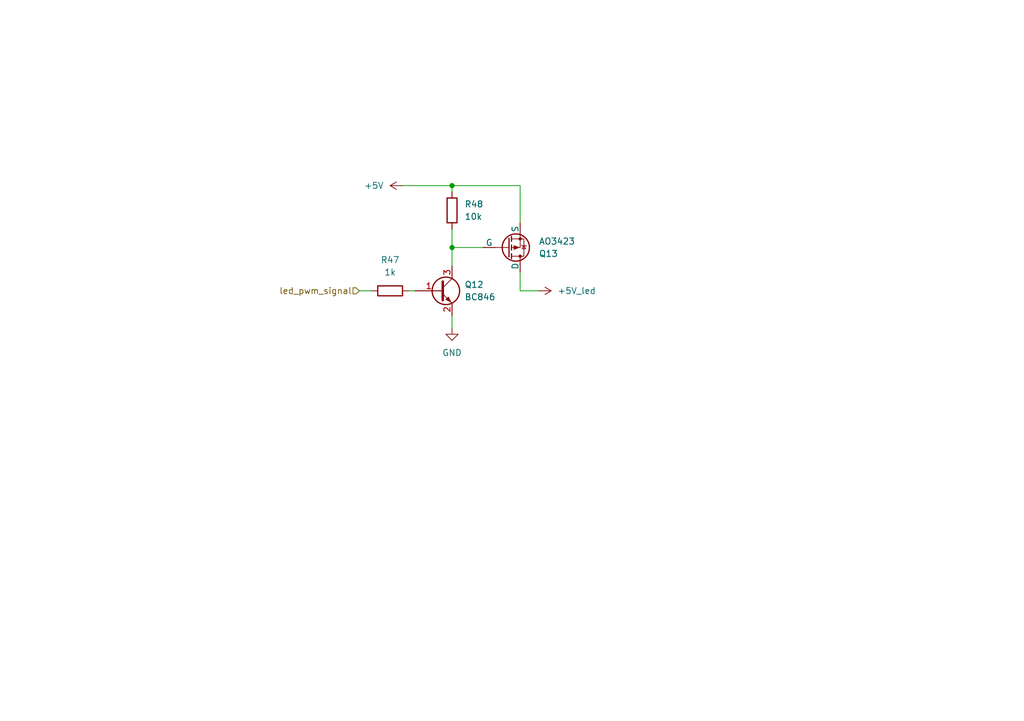
<source format=kicad_sch>
(kicad_sch (version 20231120) (generator "eeschema") (generator_version "8.0")
  (paper "A5")
  (lib_symbols
    (symbol "Device:R" (pin_numbers hide) (pin_names (offset 0))
      (property "Reference" "R" (at 2.032 0 90))
      (property "Value" "R" (at 0 0 90))
      (symbol "R_0_1"
        (rectangle (start -1.016 -2.54) (end 1.016 2.54) (stroke (width 0.254)))
      )
      (symbol "R_1_1"
        (pin passive line (at 0 3.81 270) (length 1.27) (name "~") (number "1"))
        (pin passive line (at 0 -3.81 90) (length 1.27) (name "~") (number "2"))
      )
    )
    (symbol "Simulation_SPICE:PMOS" (pin_numbers hide) (pin_names (offset 0))
      (property "Reference" "Q" (at 5.08 1.27 0))
      (property "Value" "PMOS" (at 5.08 -1.27 0))
      (symbol "PMOS_0_1"
        (polyline (pts (xy 0.254 0) (xy -2.54 0)))
        (polyline (pts (xy 0.254 1.905) (xy 0.254 -1.905)) (stroke (width 0.254)))
        (polyline (pts (xy 0.762 -1.27) (xy 0.762 -2.286)) (stroke (width 0.254)))
        (polyline (pts (xy 0.762 0.508) (xy 0.762 -0.508)) (stroke (width 0.254)))
        (polyline (pts (xy 0.762 2.286) (xy 0.762 1.27)) (stroke (width 0.254)))
        (polyline (pts (xy 2.54 2.54) (xy 2.54 1.778)))
        (polyline (pts (xy 2.54 -2.54) (xy 2.54 0) (xy 0.762 0)))
        (polyline (pts (xy 0.762 1.778) (xy 3.302 1.778) (xy 3.302 -1.778) (xy 0.762 -1.778)))
        (polyline (pts (xy 2.286 0) (xy 1.27 0.381) (xy 1.27 -0.381) (xy 2.286 0)) (fill (type outline)))
        (polyline (pts (xy 2.794 -0.508) (xy 2.921 -0.381) (xy 3.683 -0.381) (xy 3.81 -0.254)))
        (polyline (pts (xy 3.302 -0.381) (xy 2.921 0.254) (xy 3.683 0.254) (xy 3.302 -0.381)))
        (circle (center 1.651 0) (radius 2.794) (stroke (width 0.254)))
        (circle (center 2.54 -1.778) (radius 0.254) (fill (type outline)))
        (circle (center 2.54 1.778) (radius 0.254) (fill (type outline)))
      )
      (symbol "PMOS_1_1"
        (pin passive line (at 2.54 5.08 270) (length 2.54) (name "D") (number "1"))
        (pin input line (at -5.08 0 0) (length 2.54) (name "G") (number "2"))
        (pin passive line (at 2.54 -5.08 90) (length 2.54) (name "S") (number "3"))
      )
    )
    (symbol "Transistor_BJT:BC846" (pin_names (offset 0) hide)
      (property "Reference" "Q" (at 5.08 1.905 0))
      (property "Value" "BC846" (at 5.08 0 0))
      (symbol "BC846_0_1"
        (polyline (pts (xy 0.635 0.635) (xy 2.54 2.54)))
        (polyline (pts (xy 0.635 -0.635) (xy 2.54 -2.54) (xy 2.54 -2.54)))
        (polyline (pts (xy 0.635 1.905) (xy 0.635 -1.905) (xy 0.635 -1.905)) (stroke (width 0.508)))
        (polyline (pts (xy 1.27 -1.778) (xy 1.778 -1.27) (xy 2.286 -2.286) (xy 1.27 -1.778) (xy 1.27 -1.778)) (fill (type outline)))
        (circle (center 1.27 0) (radius 2.8194) (stroke (width 0.254)))
      )
      (symbol "BC846_1_1"
        (pin input line (at -5.08 0 0) (length 5.715) (name "B") (number "1"))
        (pin passive line (at 2.54 -5.08 90) (length 2.54) (name "E") (number "2"))
        (pin passive line (at 2.54 5.08 270) (length 2.54) (name "C") (number "3"))
      )
    )
    (symbol "power:+5V" (power) (pin_numbers hide) (pin_names (offset 0) hide)
      (property "Value" "+5V" (at 0 3.556 0))
      (symbol "+5V_0_1"
        (polyline (pts (xy -0.762 1.27) (xy 0 2.54)))
        (polyline (pts (xy 0 0) (xy 0 2.54)))
        (polyline (pts (xy 0 2.54) (xy 0.762 1.27)))
      )
      (symbol "+5V_1_1"
        (pin power_in line (at 0 0 90) (length 0) (name "~") (number "1"))
      )
    )
    (symbol "power:GND" (power) (pin_numbers hide) (pin_names (offset 0) hide)
      (property "Value" "GND" (at 0 -3.81 0))
      (symbol "GND_0_1"
        (polyline (pts (xy 0 0) (xy 0 -1.27) (xy 1.27 -1.27) (xy 0 -2.54) (xy -1.27 -1.27) (xy 0 -1.27)))
      )
      (symbol "GND_1_1"
        (pin power_in line (at 0 0 270) (length 0) (name "~") (number "1"))
      )
    )
  )
  (junction (at 92.71 50.8))
  (junction (at 92.71 38.1))
  (wire (pts (xy 83.82 59.69) (xy 85.09 59.69)))
  (wire (pts (xy 106.68 55.88) (xy 106.68 59.69)))
  (wire (pts (xy 92.71 50.8) (xy 92.71 54.61)))
  (wire (pts (xy 106.68 59.69) (xy 110.49 59.69)))
  (wire (pts (xy 73.66 59.69) (xy 76.2 59.69)))
  (wire (pts (xy 92.71 46.99) (xy 92.71 50.8)))
  (wire (pts (xy 106.68 38.1) (xy 106.68 45.72)))
  (wire (pts (xy 82.55 38.1) (xy 92.71 38.1)))
  (wire (pts (xy 92.71 39.37) (xy 92.71 38.1)))
  (wire (pts (xy 92.71 64.77) (xy 92.71 67.31)))
  (wire (pts (xy 92.71 38.1) (xy 106.68 38.1)))
  (wire (pts (xy 92.71 50.8) (xy 99.06 50.8)))
  (hierarchical_label "led_pwm_signal" (shape input) (at 73.66 59.69 180))
  (symbol (lib_id "Device:R") (at 92.71 43.18 180) (unit 1)
    (property "Reference" "R48" (at 95.25 41.9099 0) (effects (justify right)))
    (property "Value" "10k" (at 95.25 44.4499 0) (effects (justify right)))
    (property "Footprint" "Resistor_SMD:R_0603_1608Metric" (effects (hide yes)))
    (property "Description" "Resistor" (effects (hide yes)))
  )
  (symbol (lib_id "Transistor_BJT:BC846") (at 90.17 59.69 0) (unit 1)
    (property "Reference" "Q12" (at 95.25 58.4199 0) (effects (justify left)))
    (property "Value" "BC846" (at 95.25 60.9599 0) (effects (justify left)))
    (property "Footprint" "Package_TO_SOT_SMD:SOT-23" (effects (hide yes)))
    (property "Datasheet" "https://assets.nexperia.com/documents/data-sheet/BC846_SER.pdf" (effects (hide yes)))
    (property "Description" "0.1A Ic, 65V Vce, NPN Transistor, SOT-23" (effects (hide yes)))
  )
  (symbol (lib_id "Simulation_SPICE:PMOS") (at 104.14 50.8 0) (mirror x) (unit 1)
    (property "Reference" "Q13" (at 110.49 52.0701 0) (effects (justify left)))
    (property "Value" "AO3423" (at 110.49 49.5301 0) (effects (justify left)))
    (property "Footprint" "Package_TO_SOT_SMD:SOT-23" (effects (hide yes)))
    (property "Datasheet" "https://ngspice.sourceforge.io/docs/ngspice-html-manual/manual.xhtml#cha_MOSFETs" (effects (hide yes)))
    (property "Description" "P-MOSFET transistor, drain/source/gate" (effects (hide yes)))
    (property "Sim.Device" "PMOS" (effects (hide yes)))
    (property "Sim.Type" "VDMOS" (effects (hide yes)))
    (property "Sim.Pins" "1=D 2=G 3=S" (effects (hide yes)))
  )
  (symbol (lib_id "power:GND") (at 92.71 67.31 0) (unit 1)
    (property "Reference" "#PWR029" (effects (hide yes)))
    (property "Value" "GND" (at 92.71 72.39 0))
    (property "Description" "Power symbol creates a global label with name \"GND\" , ground" (effects (hide yes)))
  )
  (symbol (lib_id "power:+5V") (at 82.55 38.1 90) (unit 1)
    (property "Reference" "#PWR028" (effects (hide yes)))
    (property "Value" "+5V" (at 78.74 38.0999 90) (effects (justify left)))
    (property "Description" "Power symbol creates a global label with name \"+5V\"" (effects (hide yes)))
  )
  (symbol (lib_id "power:+5V") (at 110.49 59.69 270) (unit 1)
    (property "Reference" "#PWR030" (effects (hide yes)))
    (property "Value" "+5V_led" (at 114.3 59.6899 90) (effects (justify left)))
    (property "Description" "Power symbol creates a global label with name \"+5V\"" (effects (hide yes)))
  )
  (symbol (lib_id "Device:R") (at 80.01 59.69 90) (unit 1)
    (property "Reference" "R47" (at 80.01 53.34 90))
    (property "Value" "1k" (at 80.01 55.88 90))
    (property "Footprint" "Resistor_SMD:R_0603_1608Metric" (effects (hide yes)))
    (property "Description" "Resistor" (effects (hide yes)))
  )
)
</source>
